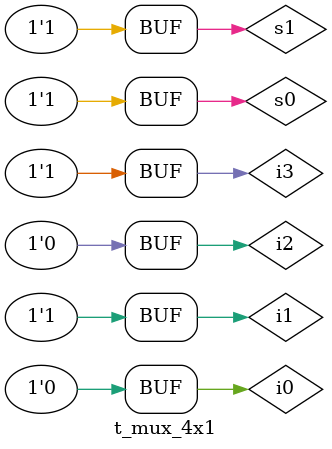
<source format=v>
module t_mux_4x1();
wire out;
reg s0,s1,i0,i1,i2,i3;

mux_4x1 m1(out,s0,s1,i0,i1,i2,i3);

initial begin
s0=0;s1=0;i0=0;i1=1;i2=0;i3=1;
#5 s0=1;s1=0;
#5 s0=0;s1=1;
#5 s0=1;s1=1;
end
endmodule

</source>
